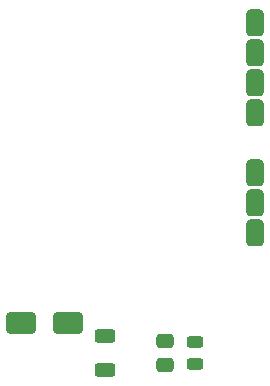
<source format=gbr>
%TF.GenerationSoftware,KiCad,Pcbnew,8.0.5*%
%TF.CreationDate,2024-09-27T19:14:55-05:00*%
%TF.ProjectId,pcb.pro,7063622e-7072-46f2-9e6b-696361645f70,rev?*%
%TF.SameCoordinates,Original*%
%TF.FileFunction,Paste,Top*%
%TF.FilePolarity,Positive*%
%FSLAX46Y46*%
G04 Gerber Fmt 4.6, Leading zero omitted, Abs format (unit mm)*
G04 Created by KiCad (PCBNEW 8.0.5) date 2024-09-27 19:14:55*
%MOMM*%
%LPD*%
G01*
G04 APERTURE LIST*
G04 Aperture macros list*
%AMRoundRect*
0 Rectangle with rounded corners*
0 $1 Rounding radius*
0 $2 $3 $4 $5 $6 $7 $8 $9 X,Y pos of 4 corners*
0 Add a 4 corners polygon primitive as box body*
4,1,4,$2,$3,$4,$5,$6,$7,$8,$9,$2,$3,0*
0 Add four circle primitives for the rounded corners*
1,1,$1+$1,$2,$3*
1,1,$1+$1,$4,$5*
1,1,$1+$1,$6,$7*
1,1,$1+$1,$8,$9*
0 Add four rect primitives between the rounded corners*
20,1,$1+$1,$2,$3,$4,$5,0*
20,1,$1+$1,$4,$5,$6,$7,0*
20,1,$1+$1,$6,$7,$8,$9,0*
20,1,$1+$1,$8,$9,$2,$3,0*%
G04 Aperture macros list end*
%ADD10RoundRect,0.381000X0.381000X-0.762000X0.381000X0.762000X-0.381000X0.762000X-0.381000X-0.762000X0*%
%ADD11RoundRect,0.250000X0.625000X-0.312500X0.625000X0.312500X-0.625000X0.312500X-0.625000X-0.312500X0*%
%ADD12RoundRect,0.243750X-0.456250X0.243750X-0.456250X-0.243750X0.456250X-0.243750X0.456250X0.243750X0*%
%ADD13RoundRect,0.250000X1.000000X0.650000X-1.000000X0.650000X-1.000000X-0.650000X1.000000X-0.650000X0*%
%ADD14RoundRect,0.250000X0.475000X-0.337500X0.475000X0.337500X-0.475000X0.337500X-0.475000X-0.337500X0*%
G04 APERTURE END LIST*
D10*
%TO.C,U1*%
X208280000Y-66040000D03*
X208280000Y-68580000D03*
X208280000Y-71120000D03*
X208280000Y-73660000D03*
X208280000Y-78740000D03*
X208280000Y-81280000D03*
X208280000Y-83820000D03*
%TD*%
D11*
%TO.C,R1*%
X195580000Y-95442500D03*
X195580000Y-92517500D03*
%TD*%
D12*
%TO.C,D2*%
X203200000Y-93042500D03*
X203200000Y-94917500D03*
%TD*%
D13*
%TO.C,D1*%
X192500000Y-91440000D03*
X188500000Y-91440000D03*
%TD*%
D14*
%TO.C,C1*%
X200660000Y-95017500D03*
X200660000Y-92942500D03*
%TD*%
M02*

</source>
